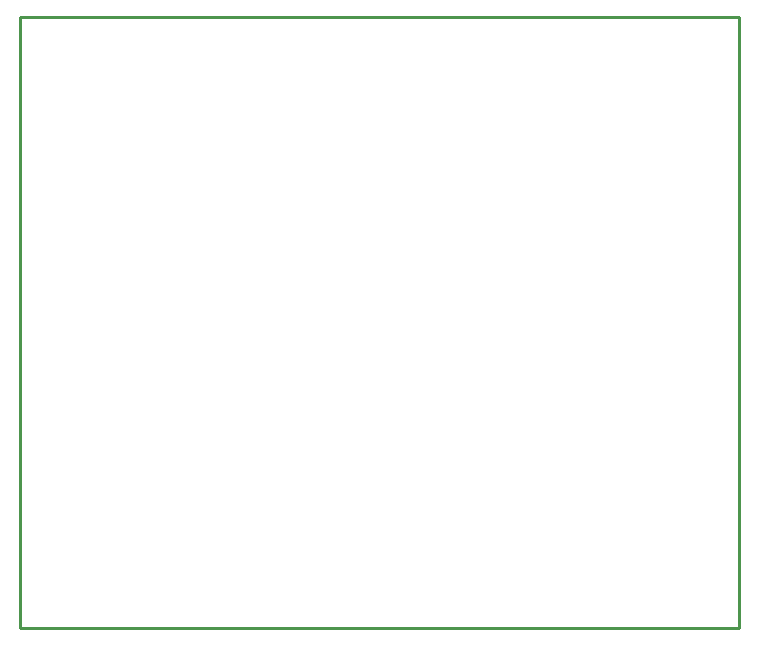
<source format=gbr>
G04 EAGLE Gerber RS-274X export*
G75*
%MOMM*%
%FSLAX34Y34*%
%LPD*%
%IN*%
%IPPOS*%
%AMOC8*
5,1,8,0,0,1.08239X$1,22.5*%
G01*
%ADD10C,0.254000*%


D10*
X1422Y2845D02*
X610822Y2845D01*
X610822Y520245D01*
X1422Y520245D01*
X1422Y2845D01*
M02*

</source>
